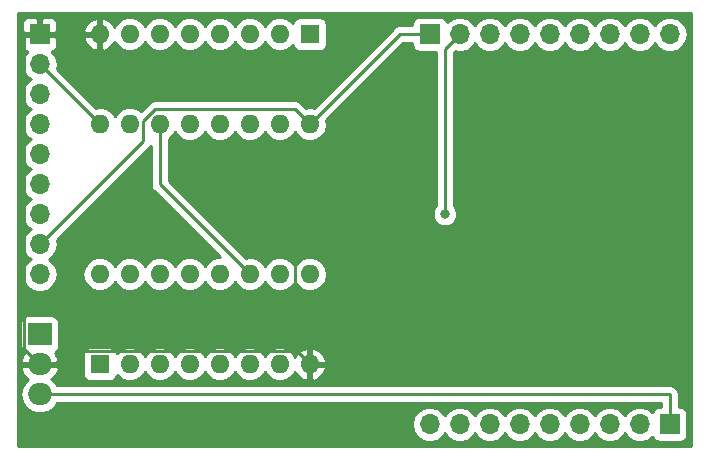
<source format=gbl>
G04 #@! TF.GenerationSoftware,KiCad,Pcbnew,5.0.1*
G04 #@! TF.CreationDate,2019-01-20T00:11:33+01:00*
G04 #@! TF.ProjectId,Powerstage,506F77657273746167652E6B69636164,rev?*
G04 #@! TF.SameCoordinates,Original*
G04 #@! TF.FileFunction,Copper,L2,Bot,Signal*
G04 #@! TF.FilePolarity,Positive*
%FSLAX46Y46*%
G04 Gerber Fmt 4.6, Leading zero omitted, Abs format (unit mm)*
G04 Created by KiCad (PCBNEW 5.0.1) date So 20 Jan 2019 00:11:33 CET*
%MOMM*%
%LPD*%
G01*
G04 APERTURE LIST*
G04 #@! TA.AperFunction,ComponentPad*
%ADD10R,2.000000X1.905000*%
G04 #@! TD*
G04 #@! TA.AperFunction,ComponentPad*
%ADD11O,2.000000X1.905000*%
G04 #@! TD*
G04 #@! TA.AperFunction,ComponentPad*
%ADD12R,1.600000X1.600000*%
G04 #@! TD*
G04 #@! TA.AperFunction,ComponentPad*
%ADD13O,1.600000X1.600000*%
G04 #@! TD*
G04 #@! TA.AperFunction,ComponentPad*
%ADD14O,1.700000X1.700000*%
G04 #@! TD*
G04 #@! TA.AperFunction,ComponentPad*
%ADD15R,1.700000X1.700000*%
G04 #@! TD*
G04 #@! TA.AperFunction,ViaPad*
%ADD16C,0.800000*%
G04 #@! TD*
G04 #@! TA.AperFunction,Conductor*
%ADD17C,0.250000*%
G04 #@! TD*
G04 #@! TA.AperFunction,Conductor*
%ADD18C,0.254000*%
G04 #@! TD*
G04 APERTURE END LIST*
D10*
G04 #@! TO.P,U1,1*
G04 #@! TO.N,Net-(C1-Pad2)*
X110490000Y-104140000D03*
D11*
G04 #@! TO.P,U1,2*
G04 #@! TO.N,GND*
X110490000Y-106680000D03*
G04 #@! TO.P,U1,3*
G04 #@! TO.N,VCC*
X110490000Y-109220000D03*
G04 #@! TD*
D12*
G04 #@! TO.P,U2,1*
G04 #@! TO.N,B1*
X115570000Y-106680000D03*
D13*
G04 #@! TO.P,U2,9*
G04 #@! TO.N,Net-(U2-Pad9)*
X133350000Y-99060000D03*
G04 #@! TO.P,U2,2*
G04 #@! TO.N,C1*
X118110000Y-106680000D03*
G04 #@! TO.P,U2,10*
G04 #@! TO.N,Net-(J1-Pad6)*
X130810000Y-99060000D03*
G04 #@! TO.P,U2,3*
G04 #@! TO.N,D1*
X120650000Y-106680000D03*
G04 #@! TO.P,U2,11*
G04 #@! TO.N,Net-(J1-Pad7)*
X128270000Y-99060000D03*
G04 #@! TO.P,U2,4*
G04 #@! TO.N,E1*
X123190000Y-106680000D03*
G04 #@! TO.P,U2,12*
G04 #@! TO.N,Net-(J1-Pad5)*
X125730000Y-99060000D03*
G04 #@! TO.P,U2,5*
G04 #@! TO.N,F1*
X125730000Y-106680000D03*
G04 #@! TO.P,U2,13*
G04 #@! TO.N,Net-(J1-Pad4)*
X123190000Y-99060000D03*
G04 #@! TO.P,U2,6*
G04 #@! TO.N,G1*
X128270000Y-106680000D03*
G04 #@! TO.P,U2,14*
G04 #@! TO.N,Net-(J1-Pad3)*
X120650000Y-99060000D03*
G04 #@! TO.P,U2,7*
G04 #@! TO.N,H1*
X130810000Y-106680000D03*
G04 #@! TO.P,U2,15*
G04 #@! TO.N,A1*
X118110000Y-99060000D03*
G04 #@! TO.P,U2,8*
G04 #@! TO.N,GND*
X133350000Y-106680000D03*
G04 #@! TO.P,U2,16*
G04 #@! TO.N,VCC*
X115570000Y-99060000D03*
G04 #@! TD*
D14*
G04 #@! TO.P,J1,9*
G04 #@! TO.N,Net-(C1-Pad2)*
X110490000Y-99060000D03*
G04 #@! TO.P,J1,8*
G04 #@! TO.N,VCC*
X110490000Y-96520000D03*
G04 #@! TO.P,J1,7*
G04 #@! TO.N,Net-(J1-Pad7)*
X110490000Y-93980000D03*
G04 #@! TO.P,J1,6*
G04 #@! TO.N,Net-(J1-Pad6)*
X110490000Y-91440000D03*
G04 #@! TO.P,J1,5*
G04 #@! TO.N,Net-(J1-Pad5)*
X110490000Y-88900000D03*
G04 #@! TO.P,J1,4*
G04 #@! TO.N,Net-(J1-Pad4)*
X110490000Y-86360000D03*
G04 #@! TO.P,J1,3*
G04 #@! TO.N,Net-(J1-Pad3)*
X110490000Y-83820000D03*
G04 #@! TO.P,J1,2*
G04 #@! TO.N,Net-(J1-Pad2)*
X110490000Y-81280000D03*
D15*
G04 #@! TO.P,J1,1*
G04 #@! TO.N,GND*
X110490000Y-78740000D03*
G04 #@! TD*
G04 #@! TO.P,J2,1*
G04 #@! TO.N,VCC*
X163830000Y-111760000D03*
D14*
G04 #@! TO.P,J2,2*
G04 #@! TO.N,Net-(J2-Pad2)*
X161290000Y-111760000D03*
G04 #@! TO.P,J2,3*
G04 #@! TO.N,Net-(J2-Pad3)*
X158750000Y-111760000D03*
G04 #@! TO.P,J2,4*
G04 #@! TO.N,Net-(J2-Pad4)*
X156210000Y-111760000D03*
G04 #@! TO.P,J2,5*
G04 #@! TO.N,Net-(J2-Pad5)*
X153670000Y-111760000D03*
G04 #@! TO.P,J2,6*
G04 #@! TO.N,Net-(J2-Pad6)*
X151130000Y-111760000D03*
G04 #@! TO.P,J2,7*
G04 #@! TO.N,Net-(J2-Pad7)*
X148590000Y-111760000D03*
G04 #@! TO.P,J2,8*
G04 #@! TO.N,Net-(J2-Pad8)*
X146050000Y-111760000D03*
G04 #@! TO.P,J2,9*
G04 #@! TO.N,Net-(J2-Pad9)*
X143510000Y-111760000D03*
G04 #@! TD*
D15*
G04 #@! TO.P,J3,1*
G04 #@! TO.N,VCC*
X143510000Y-78740000D03*
D14*
G04 #@! TO.P,J3,2*
G04 #@! TO.N,Net-(J3-Pad2)*
X146050000Y-78740000D03*
G04 #@! TO.P,J3,3*
G04 #@! TO.N,Net-(J3-Pad3)*
X148590000Y-78740000D03*
G04 #@! TO.P,J3,4*
G04 #@! TO.N,Net-(J3-Pad4)*
X151130000Y-78740000D03*
G04 #@! TO.P,J3,5*
G04 #@! TO.N,Net-(J3-Pad5)*
X153670000Y-78740000D03*
G04 #@! TO.P,J3,6*
G04 #@! TO.N,Net-(J3-Pad6)*
X156210000Y-78740000D03*
G04 #@! TO.P,J3,7*
G04 #@! TO.N,Net-(J3-Pad7)*
X158750000Y-78740000D03*
G04 #@! TO.P,J3,8*
G04 #@! TO.N,Net-(J3-Pad8)*
X161290000Y-78740000D03*
G04 #@! TO.P,J3,9*
G04 #@! TO.N,Net-(J3-Pad9)*
X163830000Y-78740000D03*
G04 #@! TD*
D13*
G04 #@! TO.P,U3,16*
G04 #@! TO.N,VCC*
X133350000Y-86360000D03*
G04 #@! TO.P,U3,8*
G04 #@! TO.N,GND*
X115570000Y-78740000D03*
G04 #@! TO.P,U3,15*
G04 #@! TO.N,A2*
X130810000Y-86360000D03*
G04 #@! TO.P,U3,7*
G04 #@! TO.N,H2*
X118110000Y-78740000D03*
G04 #@! TO.P,U3,14*
G04 #@! TO.N,Net-(U2-Pad9)*
X128270000Y-86360000D03*
G04 #@! TO.P,U3,6*
G04 #@! TO.N,G2*
X120650000Y-78740000D03*
G04 #@! TO.P,U3,13*
G04 #@! TO.N,Net-(J1-Pad4)*
X125730000Y-86360000D03*
G04 #@! TO.P,U3,5*
G04 #@! TO.N,F2*
X123190000Y-78740000D03*
G04 #@! TO.P,U3,12*
G04 #@! TO.N,Net-(J1-Pad5)*
X123190000Y-86360000D03*
G04 #@! TO.P,U3,4*
G04 #@! TO.N,E2*
X125730000Y-78740000D03*
G04 #@! TO.P,U3,11*
G04 #@! TO.N,Net-(J1-Pad7)*
X120650000Y-86360000D03*
G04 #@! TO.P,U3,3*
G04 #@! TO.N,D2*
X128270000Y-78740000D03*
G04 #@! TO.P,U3,10*
G04 #@! TO.N,Net-(J1-Pad6)*
X118110000Y-86360000D03*
G04 #@! TO.P,U3,2*
G04 #@! TO.N,C2*
X130810000Y-78740000D03*
G04 #@! TO.P,U3,9*
G04 #@! TO.N,Net-(J1-Pad2)*
X115570000Y-86360000D03*
D12*
G04 #@! TO.P,U3,1*
G04 #@! TO.N,B2*
X133350000Y-78740000D03*
G04 #@! TD*
D16*
G04 #@! TO.N,GND*
X132080000Y-95250000D03*
X139700000Y-82550000D03*
G04 #@! TO.N,Net-(J3-Pad2)*
X144780000Y-93980000D03*
G04 #@! TD*
D17*
G04 #@! TO.N,GND*
X132080000Y-105410000D02*
X133350000Y-106680000D01*
X132080000Y-95250000D02*
X132080000Y-105410000D01*
X139700000Y-87630000D02*
X132080000Y-95250000D01*
X139700000Y-82550000D02*
X139700000Y-83820000D01*
X139700000Y-83820000D02*
X139700000Y-87630000D01*
X111740000Y-106680000D02*
X110490000Y-106680000D01*
X112865001Y-105554999D02*
X111740000Y-106680000D01*
X132224999Y-105554999D02*
X112865001Y-105554999D01*
X133350000Y-106680000D02*
X132224999Y-105554999D01*
X109164999Y-105402499D02*
X110442500Y-106680000D01*
X109164999Y-78965001D02*
X109164999Y-105402499D01*
X109390000Y-78740000D02*
X109164999Y-78965001D01*
X110442500Y-106680000D02*
X110490000Y-106680000D01*
X110490000Y-78740000D02*
X109390000Y-78740000D01*
G04 #@! TO.N,VCC*
X140970000Y-78740000D02*
X133350000Y-86360000D01*
X143510000Y-78740000D02*
X140970000Y-78740000D01*
X133350000Y-86360000D02*
X132080000Y-85090000D01*
X111339999Y-95670001D02*
X110490000Y-96520000D01*
X119235001Y-87774999D02*
X111339999Y-95670001D01*
X119235001Y-86109997D02*
X119235001Y-87774999D01*
X120254998Y-85090000D02*
X119235001Y-86109997D01*
X132080000Y-85090000D02*
X120254998Y-85090000D01*
X163830000Y-111760000D02*
X163830000Y-109220000D01*
X115924998Y-109220000D02*
X110490000Y-109220000D01*
X163830000Y-109220000D02*
X115924998Y-109220000D01*
G04 #@! TO.N,Net-(J1-Pad7)*
X120650000Y-91440000D02*
X128270000Y-99060000D01*
X120650000Y-86360000D02*
X120650000Y-91440000D01*
G04 #@! TO.N,Net-(J1-Pad2)*
X110490000Y-81280000D02*
X115570000Y-86360000D01*
G04 #@! TO.N,Net-(J3-Pad2)*
X144780000Y-80010000D02*
X146050000Y-78740000D01*
X144780000Y-93980000D02*
X144780000Y-80010000D01*
G04 #@! TD*
D18*
G04 #@! TO.N,GND*
G36*
X165660000Y-113565000D02*
X108685000Y-113565000D01*
X108685000Y-109220000D01*
X108823900Y-109220000D01*
X108947109Y-109839411D01*
X109297977Y-110364523D01*
X109823089Y-110715391D01*
X110286150Y-110807500D01*
X110693850Y-110807500D01*
X111156911Y-110715391D01*
X111682023Y-110364523D01*
X111938953Y-109980000D01*
X163070001Y-109980000D01*
X163070001Y-110262560D01*
X162980000Y-110262560D01*
X162732235Y-110311843D01*
X162522191Y-110452191D01*
X162381843Y-110662235D01*
X162372816Y-110707619D01*
X162360625Y-110689375D01*
X161869418Y-110361161D01*
X161436256Y-110275000D01*
X161143744Y-110275000D01*
X160710582Y-110361161D01*
X160219375Y-110689375D01*
X160020000Y-110987761D01*
X159820625Y-110689375D01*
X159329418Y-110361161D01*
X158896256Y-110275000D01*
X158603744Y-110275000D01*
X158170582Y-110361161D01*
X157679375Y-110689375D01*
X157480000Y-110987761D01*
X157280625Y-110689375D01*
X156789418Y-110361161D01*
X156356256Y-110275000D01*
X156063744Y-110275000D01*
X155630582Y-110361161D01*
X155139375Y-110689375D01*
X154940000Y-110987761D01*
X154740625Y-110689375D01*
X154249418Y-110361161D01*
X153816256Y-110275000D01*
X153523744Y-110275000D01*
X153090582Y-110361161D01*
X152599375Y-110689375D01*
X152400000Y-110987761D01*
X152200625Y-110689375D01*
X151709418Y-110361161D01*
X151276256Y-110275000D01*
X150983744Y-110275000D01*
X150550582Y-110361161D01*
X150059375Y-110689375D01*
X149860000Y-110987761D01*
X149660625Y-110689375D01*
X149169418Y-110361161D01*
X148736256Y-110275000D01*
X148443744Y-110275000D01*
X148010582Y-110361161D01*
X147519375Y-110689375D01*
X147320000Y-110987761D01*
X147120625Y-110689375D01*
X146629418Y-110361161D01*
X146196256Y-110275000D01*
X145903744Y-110275000D01*
X145470582Y-110361161D01*
X144979375Y-110689375D01*
X144780000Y-110987761D01*
X144580625Y-110689375D01*
X144089418Y-110361161D01*
X143656256Y-110275000D01*
X143363744Y-110275000D01*
X142930582Y-110361161D01*
X142439375Y-110689375D01*
X142111161Y-111180582D01*
X141995908Y-111760000D01*
X142111161Y-112339418D01*
X142439375Y-112830625D01*
X142930582Y-113158839D01*
X143363744Y-113245000D01*
X143656256Y-113245000D01*
X144089418Y-113158839D01*
X144580625Y-112830625D01*
X144780000Y-112532239D01*
X144979375Y-112830625D01*
X145470582Y-113158839D01*
X145903744Y-113245000D01*
X146196256Y-113245000D01*
X146629418Y-113158839D01*
X147120625Y-112830625D01*
X147320000Y-112532239D01*
X147519375Y-112830625D01*
X148010582Y-113158839D01*
X148443744Y-113245000D01*
X148736256Y-113245000D01*
X149169418Y-113158839D01*
X149660625Y-112830625D01*
X149860000Y-112532239D01*
X150059375Y-112830625D01*
X150550582Y-113158839D01*
X150983744Y-113245000D01*
X151276256Y-113245000D01*
X151709418Y-113158839D01*
X152200625Y-112830625D01*
X152400000Y-112532239D01*
X152599375Y-112830625D01*
X153090582Y-113158839D01*
X153523744Y-113245000D01*
X153816256Y-113245000D01*
X154249418Y-113158839D01*
X154740625Y-112830625D01*
X154940000Y-112532239D01*
X155139375Y-112830625D01*
X155630582Y-113158839D01*
X156063744Y-113245000D01*
X156356256Y-113245000D01*
X156789418Y-113158839D01*
X157280625Y-112830625D01*
X157480000Y-112532239D01*
X157679375Y-112830625D01*
X158170582Y-113158839D01*
X158603744Y-113245000D01*
X158896256Y-113245000D01*
X159329418Y-113158839D01*
X159820625Y-112830625D01*
X160020000Y-112532239D01*
X160219375Y-112830625D01*
X160710582Y-113158839D01*
X161143744Y-113245000D01*
X161436256Y-113245000D01*
X161869418Y-113158839D01*
X162360625Y-112830625D01*
X162372816Y-112812381D01*
X162381843Y-112857765D01*
X162522191Y-113067809D01*
X162732235Y-113208157D01*
X162980000Y-113257440D01*
X164680000Y-113257440D01*
X164927765Y-113208157D01*
X165137809Y-113067809D01*
X165278157Y-112857765D01*
X165327440Y-112610000D01*
X165327440Y-110910000D01*
X165278157Y-110662235D01*
X165137809Y-110452191D01*
X164927765Y-110311843D01*
X164680000Y-110262560D01*
X164590000Y-110262560D01*
X164590000Y-109294852D01*
X164604889Y-109220000D01*
X164545904Y-108923463D01*
X164377929Y-108672071D01*
X164126537Y-108504096D01*
X163904852Y-108460000D01*
X163830000Y-108445111D01*
X163755148Y-108460000D01*
X111938953Y-108460000D01*
X111682023Y-108075477D01*
X111480526Y-107940841D01*
X111865973Y-107546924D01*
X112080563Y-107052980D01*
X111960594Y-106807000D01*
X110617000Y-106807000D01*
X110617000Y-106827000D01*
X110363000Y-106827000D01*
X110363000Y-106807000D01*
X109019406Y-106807000D01*
X108899437Y-107052980D01*
X109114027Y-107546924D01*
X109499474Y-107940841D01*
X109297977Y-108075477D01*
X108947109Y-108600589D01*
X108823900Y-109220000D01*
X108685000Y-109220000D01*
X108685000Y-103187500D01*
X108842560Y-103187500D01*
X108842560Y-105092500D01*
X108891843Y-105340265D01*
X109032191Y-105550309D01*
X109237143Y-105687255D01*
X109114027Y-105813076D01*
X108899437Y-106307020D01*
X109019406Y-106553000D01*
X110363000Y-106553000D01*
X110363000Y-106533000D01*
X110617000Y-106533000D01*
X110617000Y-106553000D01*
X111960594Y-106553000D01*
X112080563Y-106307020D01*
X111895048Y-105880000D01*
X114122560Y-105880000D01*
X114122560Y-107480000D01*
X114171843Y-107727765D01*
X114312191Y-107937809D01*
X114522235Y-108078157D01*
X114770000Y-108127440D01*
X116370000Y-108127440D01*
X116617765Y-108078157D01*
X116827809Y-107937809D01*
X116968157Y-107727765D01*
X116994785Y-107593894D01*
X117075423Y-107714577D01*
X117550091Y-108031740D01*
X117968667Y-108115000D01*
X118251333Y-108115000D01*
X118669909Y-108031740D01*
X119144577Y-107714577D01*
X119380000Y-107362242D01*
X119615423Y-107714577D01*
X120090091Y-108031740D01*
X120508667Y-108115000D01*
X120791333Y-108115000D01*
X121209909Y-108031740D01*
X121684577Y-107714577D01*
X121920000Y-107362242D01*
X122155423Y-107714577D01*
X122630091Y-108031740D01*
X123048667Y-108115000D01*
X123331333Y-108115000D01*
X123749909Y-108031740D01*
X124224577Y-107714577D01*
X124460000Y-107362242D01*
X124695423Y-107714577D01*
X125170091Y-108031740D01*
X125588667Y-108115000D01*
X125871333Y-108115000D01*
X126289909Y-108031740D01*
X126764577Y-107714577D01*
X127000000Y-107362242D01*
X127235423Y-107714577D01*
X127710091Y-108031740D01*
X128128667Y-108115000D01*
X128411333Y-108115000D01*
X128829909Y-108031740D01*
X129304577Y-107714577D01*
X129540000Y-107362242D01*
X129775423Y-107714577D01*
X130250091Y-108031740D01*
X130668667Y-108115000D01*
X130951333Y-108115000D01*
X131369909Y-108031740D01*
X131844577Y-107714577D01*
X132100947Y-107330892D01*
X132197611Y-107535134D01*
X132612577Y-107911041D01*
X133000961Y-108071904D01*
X133223000Y-107949915D01*
X133223000Y-106807000D01*
X133477000Y-106807000D01*
X133477000Y-107949915D01*
X133699039Y-108071904D01*
X134087423Y-107911041D01*
X134502389Y-107535134D01*
X134741914Y-107029041D01*
X134620629Y-106807000D01*
X133477000Y-106807000D01*
X133223000Y-106807000D01*
X133203000Y-106807000D01*
X133203000Y-106553000D01*
X133223000Y-106553000D01*
X133223000Y-105410085D01*
X133477000Y-105410085D01*
X133477000Y-106553000D01*
X134620629Y-106553000D01*
X134741914Y-106330959D01*
X134502389Y-105824866D01*
X134087423Y-105448959D01*
X133699039Y-105288096D01*
X133477000Y-105410085D01*
X133223000Y-105410085D01*
X133000961Y-105288096D01*
X132612577Y-105448959D01*
X132197611Y-105824866D01*
X132100947Y-106029108D01*
X131844577Y-105645423D01*
X131369909Y-105328260D01*
X130951333Y-105245000D01*
X130668667Y-105245000D01*
X130250091Y-105328260D01*
X129775423Y-105645423D01*
X129540000Y-105997758D01*
X129304577Y-105645423D01*
X128829909Y-105328260D01*
X128411333Y-105245000D01*
X128128667Y-105245000D01*
X127710091Y-105328260D01*
X127235423Y-105645423D01*
X127000000Y-105997758D01*
X126764577Y-105645423D01*
X126289909Y-105328260D01*
X125871333Y-105245000D01*
X125588667Y-105245000D01*
X125170091Y-105328260D01*
X124695423Y-105645423D01*
X124460000Y-105997758D01*
X124224577Y-105645423D01*
X123749909Y-105328260D01*
X123331333Y-105245000D01*
X123048667Y-105245000D01*
X122630091Y-105328260D01*
X122155423Y-105645423D01*
X121920000Y-105997758D01*
X121684577Y-105645423D01*
X121209909Y-105328260D01*
X120791333Y-105245000D01*
X120508667Y-105245000D01*
X120090091Y-105328260D01*
X119615423Y-105645423D01*
X119380000Y-105997758D01*
X119144577Y-105645423D01*
X118669909Y-105328260D01*
X118251333Y-105245000D01*
X117968667Y-105245000D01*
X117550091Y-105328260D01*
X117075423Y-105645423D01*
X116994785Y-105766106D01*
X116968157Y-105632235D01*
X116827809Y-105422191D01*
X116617765Y-105281843D01*
X116370000Y-105232560D01*
X114770000Y-105232560D01*
X114522235Y-105281843D01*
X114312191Y-105422191D01*
X114171843Y-105632235D01*
X114122560Y-105880000D01*
X111895048Y-105880000D01*
X111865973Y-105813076D01*
X111742857Y-105687255D01*
X111947809Y-105550309D01*
X112088157Y-105340265D01*
X112137440Y-105092500D01*
X112137440Y-103187500D01*
X112088157Y-102939735D01*
X111947809Y-102729691D01*
X111737765Y-102589343D01*
X111490000Y-102540060D01*
X109490000Y-102540060D01*
X109242235Y-102589343D01*
X109032191Y-102729691D01*
X108891843Y-102939735D01*
X108842560Y-103187500D01*
X108685000Y-103187500D01*
X108685000Y-81280000D01*
X108975908Y-81280000D01*
X109091161Y-81859418D01*
X109419375Y-82350625D01*
X109717761Y-82550000D01*
X109419375Y-82749375D01*
X109091161Y-83240582D01*
X108975908Y-83820000D01*
X109091161Y-84399418D01*
X109419375Y-84890625D01*
X109717761Y-85090000D01*
X109419375Y-85289375D01*
X109091161Y-85780582D01*
X108975908Y-86360000D01*
X109091161Y-86939418D01*
X109419375Y-87430625D01*
X109717761Y-87630000D01*
X109419375Y-87829375D01*
X109091161Y-88320582D01*
X108975908Y-88900000D01*
X109091161Y-89479418D01*
X109419375Y-89970625D01*
X109717761Y-90170000D01*
X109419375Y-90369375D01*
X109091161Y-90860582D01*
X108975908Y-91440000D01*
X109091161Y-92019418D01*
X109419375Y-92510625D01*
X109717761Y-92710000D01*
X109419375Y-92909375D01*
X109091161Y-93400582D01*
X108975908Y-93980000D01*
X109091161Y-94559418D01*
X109419375Y-95050625D01*
X109717761Y-95250000D01*
X109419375Y-95449375D01*
X109091161Y-95940582D01*
X108975908Y-96520000D01*
X109091161Y-97099418D01*
X109419375Y-97590625D01*
X109717761Y-97790000D01*
X109419375Y-97989375D01*
X109091161Y-98480582D01*
X108975908Y-99060000D01*
X109091161Y-99639418D01*
X109419375Y-100130625D01*
X109910582Y-100458839D01*
X110343744Y-100545000D01*
X110636256Y-100545000D01*
X111069418Y-100458839D01*
X111560625Y-100130625D01*
X111888839Y-99639418D01*
X112004092Y-99060000D01*
X111888839Y-98480582D01*
X111560625Y-97989375D01*
X111262239Y-97790000D01*
X111560625Y-97590625D01*
X111888839Y-97099418D01*
X112004092Y-96520000D01*
X111931209Y-96153592D01*
X119719474Y-88365328D01*
X119782930Y-88322928D01*
X119890000Y-88162686D01*
X119890001Y-91365148D01*
X119875112Y-91440000D01*
X119890001Y-91514852D01*
X119934097Y-91736537D01*
X120102072Y-91987929D01*
X120165528Y-92030329D01*
X125760198Y-97625000D01*
X125588667Y-97625000D01*
X125170091Y-97708260D01*
X124695423Y-98025423D01*
X124460000Y-98377758D01*
X124224577Y-98025423D01*
X123749909Y-97708260D01*
X123331333Y-97625000D01*
X123048667Y-97625000D01*
X122630091Y-97708260D01*
X122155423Y-98025423D01*
X121920000Y-98377758D01*
X121684577Y-98025423D01*
X121209909Y-97708260D01*
X120791333Y-97625000D01*
X120508667Y-97625000D01*
X120090091Y-97708260D01*
X119615423Y-98025423D01*
X119380000Y-98377758D01*
X119144577Y-98025423D01*
X118669909Y-97708260D01*
X118251333Y-97625000D01*
X117968667Y-97625000D01*
X117550091Y-97708260D01*
X117075423Y-98025423D01*
X116840000Y-98377758D01*
X116604577Y-98025423D01*
X116129909Y-97708260D01*
X115711333Y-97625000D01*
X115428667Y-97625000D01*
X115010091Y-97708260D01*
X114535423Y-98025423D01*
X114218260Y-98500091D01*
X114106887Y-99060000D01*
X114218260Y-99619909D01*
X114535423Y-100094577D01*
X115010091Y-100411740D01*
X115428667Y-100495000D01*
X115711333Y-100495000D01*
X116129909Y-100411740D01*
X116604577Y-100094577D01*
X116840000Y-99742242D01*
X117075423Y-100094577D01*
X117550091Y-100411740D01*
X117968667Y-100495000D01*
X118251333Y-100495000D01*
X118669909Y-100411740D01*
X119144577Y-100094577D01*
X119380000Y-99742242D01*
X119615423Y-100094577D01*
X120090091Y-100411740D01*
X120508667Y-100495000D01*
X120791333Y-100495000D01*
X121209909Y-100411740D01*
X121684577Y-100094577D01*
X121920000Y-99742242D01*
X122155423Y-100094577D01*
X122630091Y-100411740D01*
X123048667Y-100495000D01*
X123331333Y-100495000D01*
X123749909Y-100411740D01*
X124224577Y-100094577D01*
X124460000Y-99742242D01*
X124695423Y-100094577D01*
X125170091Y-100411740D01*
X125588667Y-100495000D01*
X125871333Y-100495000D01*
X126289909Y-100411740D01*
X126764577Y-100094577D01*
X127000000Y-99742242D01*
X127235423Y-100094577D01*
X127710091Y-100411740D01*
X128128667Y-100495000D01*
X128411333Y-100495000D01*
X128829909Y-100411740D01*
X129304577Y-100094577D01*
X129540000Y-99742242D01*
X129775423Y-100094577D01*
X130250091Y-100411740D01*
X130668667Y-100495000D01*
X130951333Y-100495000D01*
X131369909Y-100411740D01*
X131844577Y-100094577D01*
X132080000Y-99742242D01*
X132315423Y-100094577D01*
X132790091Y-100411740D01*
X133208667Y-100495000D01*
X133491333Y-100495000D01*
X133909909Y-100411740D01*
X134384577Y-100094577D01*
X134701740Y-99619909D01*
X134813113Y-99060000D01*
X134701740Y-98500091D01*
X134384577Y-98025423D01*
X133909909Y-97708260D01*
X133491333Y-97625000D01*
X133208667Y-97625000D01*
X132790091Y-97708260D01*
X132315423Y-98025423D01*
X132080000Y-98377758D01*
X131844577Y-98025423D01*
X131369909Y-97708260D01*
X130951333Y-97625000D01*
X130668667Y-97625000D01*
X130250091Y-97708260D01*
X129775423Y-98025423D01*
X129540000Y-98377758D01*
X129304577Y-98025423D01*
X128829909Y-97708260D01*
X128411333Y-97625000D01*
X128128667Y-97625000D01*
X127946115Y-97661312D01*
X121410000Y-91125199D01*
X121410000Y-87578043D01*
X121684577Y-87394577D01*
X121920000Y-87042242D01*
X122155423Y-87394577D01*
X122630091Y-87711740D01*
X123048667Y-87795000D01*
X123331333Y-87795000D01*
X123749909Y-87711740D01*
X124224577Y-87394577D01*
X124460000Y-87042242D01*
X124695423Y-87394577D01*
X125170091Y-87711740D01*
X125588667Y-87795000D01*
X125871333Y-87795000D01*
X126289909Y-87711740D01*
X126764577Y-87394577D01*
X127000000Y-87042242D01*
X127235423Y-87394577D01*
X127710091Y-87711740D01*
X128128667Y-87795000D01*
X128411333Y-87795000D01*
X128829909Y-87711740D01*
X129304577Y-87394577D01*
X129540000Y-87042242D01*
X129775423Y-87394577D01*
X130250091Y-87711740D01*
X130668667Y-87795000D01*
X130951333Y-87795000D01*
X131369909Y-87711740D01*
X131844577Y-87394577D01*
X132080000Y-87042242D01*
X132315423Y-87394577D01*
X132790091Y-87711740D01*
X133208667Y-87795000D01*
X133491333Y-87795000D01*
X133909909Y-87711740D01*
X134384577Y-87394577D01*
X134701740Y-86919909D01*
X134813113Y-86360000D01*
X134748688Y-86036113D01*
X141284803Y-79500000D01*
X142012560Y-79500000D01*
X142012560Y-79590000D01*
X142061843Y-79837765D01*
X142202191Y-80047809D01*
X142412235Y-80188157D01*
X142660000Y-80237440D01*
X144020001Y-80237440D01*
X144020000Y-93276289D01*
X143902569Y-93393720D01*
X143745000Y-93774126D01*
X143745000Y-94185874D01*
X143902569Y-94566280D01*
X144193720Y-94857431D01*
X144574126Y-95015000D01*
X144985874Y-95015000D01*
X145366280Y-94857431D01*
X145657431Y-94566280D01*
X145815000Y-94185874D01*
X145815000Y-93774126D01*
X145657431Y-93393720D01*
X145540000Y-93276289D01*
X145540000Y-80324801D01*
X145683592Y-80181209D01*
X145903744Y-80225000D01*
X146196256Y-80225000D01*
X146629418Y-80138839D01*
X147120625Y-79810625D01*
X147320000Y-79512239D01*
X147519375Y-79810625D01*
X148010582Y-80138839D01*
X148443744Y-80225000D01*
X148736256Y-80225000D01*
X149169418Y-80138839D01*
X149660625Y-79810625D01*
X149860000Y-79512239D01*
X150059375Y-79810625D01*
X150550582Y-80138839D01*
X150983744Y-80225000D01*
X151276256Y-80225000D01*
X151709418Y-80138839D01*
X152200625Y-79810625D01*
X152400000Y-79512239D01*
X152599375Y-79810625D01*
X153090582Y-80138839D01*
X153523744Y-80225000D01*
X153816256Y-80225000D01*
X154249418Y-80138839D01*
X154740625Y-79810625D01*
X154940000Y-79512239D01*
X155139375Y-79810625D01*
X155630582Y-80138839D01*
X156063744Y-80225000D01*
X156356256Y-80225000D01*
X156789418Y-80138839D01*
X157280625Y-79810625D01*
X157480000Y-79512239D01*
X157679375Y-79810625D01*
X158170582Y-80138839D01*
X158603744Y-80225000D01*
X158896256Y-80225000D01*
X159329418Y-80138839D01*
X159820625Y-79810625D01*
X160020000Y-79512239D01*
X160219375Y-79810625D01*
X160710582Y-80138839D01*
X161143744Y-80225000D01*
X161436256Y-80225000D01*
X161869418Y-80138839D01*
X162360625Y-79810625D01*
X162560000Y-79512239D01*
X162759375Y-79810625D01*
X163250582Y-80138839D01*
X163683744Y-80225000D01*
X163976256Y-80225000D01*
X164409418Y-80138839D01*
X164900625Y-79810625D01*
X165228839Y-79319418D01*
X165344092Y-78740000D01*
X165228839Y-78160582D01*
X164900625Y-77669375D01*
X164409418Y-77341161D01*
X163976256Y-77255000D01*
X163683744Y-77255000D01*
X163250582Y-77341161D01*
X162759375Y-77669375D01*
X162560000Y-77967761D01*
X162360625Y-77669375D01*
X161869418Y-77341161D01*
X161436256Y-77255000D01*
X161143744Y-77255000D01*
X160710582Y-77341161D01*
X160219375Y-77669375D01*
X160020000Y-77967761D01*
X159820625Y-77669375D01*
X159329418Y-77341161D01*
X158896256Y-77255000D01*
X158603744Y-77255000D01*
X158170582Y-77341161D01*
X157679375Y-77669375D01*
X157480000Y-77967761D01*
X157280625Y-77669375D01*
X156789418Y-77341161D01*
X156356256Y-77255000D01*
X156063744Y-77255000D01*
X155630582Y-77341161D01*
X155139375Y-77669375D01*
X154940000Y-77967761D01*
X154740625Y-77669375D01*
X154249418Y-77341161D01*
X153816256Y-77255000D01*
X153523744Y-77255000D01*
X153090582Y-77341161D01*
X152599375Y-77669375D01*
X152400000Y-77967761D01*
X152200625Y-77669375D01*
X151709418Y-77341161D01*
X151276256Y-77255000D01*
X150983744Y-77255000D01*
X150550582Y-77341161D01*
X150059375Y-77669375D01*
X149860000Y-77967761D01*
X149660625Y-77669375D01*
X149169418Y-77341161D01*
X148736256Y-77255000D01*
X148443744Y-77255000D01*
X148010582Y-77341161D01*
X147519375Y-77669375D01*
X147320000Y-77967761D01*
X147120625Y-77669375D01*
X146629418Y-77341161D01*
X146196256Y-77255000D01*
X145903744Y-77255000D01*
X145470582Y-77341161D01*
X144979375Y-77669375D01*
X144967184Y-77687619D01*
X144958157Y-77642235D01*
X144817809Y-77432191D01*
X144607765Y-77291843D01*
X144360000Y-77242560D01*
X142660000Y-77242560D01*
X142412235Y-77291843D01*
X142202191Y-77432191D01*
X142061843Y-77642235D01*
X142012560Y-77890000D01*
X142012560Y-77980000D01*
X141044846Y-77980000D01*
X140969999Y-77965112D01*
X140895152Y-77980000D01*
X140895148Y-77980000D01*
X140673463Y-78024096D01*
X140673461Y-78024097D01*
X140673462Y-78024097D01*
X140485526Y-78149671D01*
X140485524Y-78149673D01*
X140422071Y-78192071D01*
X140379673Y-78255524D01*
X133673887Y-84961312D01*
X133491333Y-84925000D01*
X133208667Y-84925000D01*
X133026114Y-84961312D01*
X132670331Y-84605530D01*
X132627929Y-84542071D01*
X132376537Y-84374096D01*
X132154852Y-84330000D01*
X132154847Y-84330000D01*
X132080000Y-84315112D01*
X132005153Y-84330000D01*
X120329846Y-84330000D01*
X120254998Y-84315112D01*
X120180150Y-84330000D01*
X120180146Y-84330000D01*
X119958461Y-84374096D01*
X119707069Y-84542071D01*
X119664669Y-84605527D01*
X119024804Y-85245393D01*
X118669909Y-85008260D01*
X118251333Y-84925000D01*
X117968667Y-84925000D01*
X117550091Y-85008260D01*
X117075423Y-85325423D01*
X116840000Y-85677758D01*
X116604577Y-85325423D01*
X116129909Y-85008260D01*
X115711333Y-84925000D01*
X115428667Y-84925000D01*
X115246114Y-84961312D01*
X111931209Y-81646408D01*
X112004092Y-81280000D01*
X111888839Y-80700582D01*
X111560625Y-80209375D01*
X111538967Y-80194904D01*
X111699698Y-80128327D01*
X111878327Y-79949699D01*
X111975000Y-79716310D01*
X111975000Y-79089041D01*
X114178086Y-79089041D01*
X114417611Y-79595134D01*
X114832577Y-79971041D01*
X115220961Y-80131904D01*
X115443000Y-80009915D01*
X115443000Y-78867000D01*
X114299371Y-78867000D01*
X114178086Y-79089041D01*
X111975000Y-79089041D01*
X111975000Y-79025750D01*
X111816250Y-78867000D01*
X110617000Y-78867000D01*
X110617000Y-78887000D01*
X110363000Y-78887000D01*
X110363000Y-78867000D01*
X109163750Y-78867000D01*
X109005000Y-79025750D01*
X109005000Y-79716310D01*
X109101673Y-79949699D01*
X109280302Y-80128327D01*
X109441033Y-80194904D01*
X109419375Y-80209375D01*
X109091161Y-80700582D01*
X108975908Y-81280000D01*
X108685000Y-81280000D01*
X108685000Y-77763690D01*
X109005000Y-77763690D01*
X109005000Y-78454250D01*
X109163750Y-78613000D01*
X110363000Y-78613000D01*
X110363000Y-77413750D01*
X110617000Y-77413750D01*
X110617000Y-78613000D01*
X111816250Y-78613000D01*
X111975000Y-78454250D01*
X111975000Y-78390959D01*
X114178086Y-78390959D01*
X114299371Y-78613000D01*
X115443000Y-78613000D01*
X115443000Y-77470085D01*
X115697000Y-77470085D01*
X115697000Y-78613000D01*
X115717000Y-78613000D01*
X115717000Y-78867000D01*
X115697000Y-78867000D01*
X115697000Y-80009915D01*
X115919039Y-80131904D01*
X116307423Y-79971041D01*
X116722389Y-79595134D01*
X116819053Y-79390892D01*
X117075423Y-79774577D01*
X117550091Y-80091740D01*
X117968667Y-80175000D01*
X118251333Y-80175000D01*
X118669909Y-80091740D01*
X119144577Y-79774577D01*
X119380000Y-79422242D01*
X119615423Y-79774577D01*
X120090091Y-80091740D01*
X120508667Y-80175000D01*
X120791333Y-80175000D01*
X121209909Y-80091740D01*
X121684577Y-79774577D01*
X121920000Y-79422242D01*
X122155423Y-79774577D01*
X122630091Y-80091740D01*
X123048667Y-80175000D01*
X123331333Y-80175000D01*
X123749909Y-80091740D01*
X124224577Y-79774577D01*
X124460000Y-79422242D01*
X124695423Y-79774577D01*
X125170091Y-80091740D01*
X125588667Y-80175000D01*
X125871333Y-80175000D01*
X126289909Y-80091740D01*
X126764577Y-79774577D01*
X127000000Y-79422242D01*
X127235423Y-79774577D01*
X127710091Y-80091740D01*
X128128667Y-80175000D01*
X128411333Y-80175000D01*
X128829909Y-80091740D01*
X129304577Y-79774577D01*
X129540000Y-79422242D01*
X129775423Y-79774577D01*
X130250091Y-80091740D01*
X130668667Y-80175000D01*
X130951333Y-80175000D01*
X131369909Y-80091740D01*
X131844577Y-79774577D01*
X131925215Y-79653894D01*
X131951843Y-79787765D01*
X132092191Y-79997809D01*
X132302235Y-80138157D01*
X132550000Y-80187440D01*
X134150000Y-80187440D01*
X134397765Y-80138157D01*
X134607809Y-79997809D01*
X134748157Y-79787765D01*
X134797440Y-79540000D01*
X134797440Y-77940000D01*
X134748157Y-77692235D01*
X134607809Y-77482191D01*
X134397765Y-77341843D01*
X134150000Y-77292560D01*
X132550000Y-77292560D01*
X132302235Y-77341843D01*
X132092191Y-77482191D01*
X131951843Y-77692235D01*
X131925215Y-77826106D01*
X131844577Y-77705423D01*
X131369909Y-77388260D01*
X130951333Y-77305000D01*
X130668667Y-77305000D01*
X130250091Y-77388260D01*
X129775423Y-77705423D01*
X129540000Y-78057758D01*
X129304577Y-77705423D01*
X128829909Y-77388260D01*
X128411333Y-77305000D01*
X128128667Y-77305000D01*
X127710091Y-77388260D01*
X127235423Y-77705423D01*
X127000000Y-78057758D01*
X126764577Y-77705423D01*
X126289909Y-77388260D01*
X125871333Y-77305000D01*
X125588667Y-77305000D01*
X125170091Y-77388260D01*
X124695423Y-77705423D01*
X124460000Y-78057758D01*
X124224577Y-77705423D01*
X123749909Y-77388260D01*
X123331333Y-77305000D01*
X123048667Y-77305000D01*
X122630091Y-77388260D01*
X122155423Y-77705423D01*
X121920000Y-78057758D01*
X121684577Y-77705423D01*
X121209909Y-77388260D01*
X120791333Y-77305000D01*
X120508667Y-77305000D01*
X120090091Y-77388260D01*
X119615423Y-77705423D01*
X119380000Y-78057758D01*
X119144577Y-77705423D01*
X118669909Y-77388260D01*
X118251333Y-77305000D01*
X117968667Y-77305000D01*
X117550091Y-77388260D01*
X117075423Y-77705423D01*
X116819053Y-78089108D01*
X116722389Y-77884866D01*
X116307423Y-77508959D01*
X115919039Y-77348096D01*
X115697000Y-77470085D01*
X115443000Y-77470085D01*
X115220961Y-77348096D01*
X114832577Y-77508959D01*
X114417611Y-77884866D01*
X114178086Y-78390959D01*
X111975000Y-78390959D01*
X111975000Y-77763690D01*
X111878327Y-77530301D01*
X111699698Y-77351673D01*
X111466309Y-77255000D01*
X110775750Y-77255000D01*
X110617000Y-77413750D01*
X110363000Y-77413750D01*
X110204250Y-77255000D01*
X109513691Y-77255000D01*
X109280302Y-77351673D01*
X109101673Y-77530301D01*
X109005000Y-77763690D01*
X108685000Y-77763690D01*
X108685000Y-76910000D01*
X165660001Y-76910000D01*
X165660000Y-113565000D01*
X165660000Y-113565000D01*
G37*
X165660000Y-113565000D02*
X108685000Y-113565000D01*
X108685000Y-109220000D01*
X108823900Y-109220000D01*
X108947109Y-109839411D01*
X109297977Y-110364523D01*
X109823089Y-110715391D01*
X110286150Y-110807500D01*
X110693850Y-110807500D01*
X111156911Y-110715391D01*
X111682023Y-110364523D01*
X111938953Y-109980000D01*
X163070001Y-109980000D01*
X163070001Y-110262560D01*
X162980000Y-110262560D01*
X162732235Y-110311843D01*
X162522191Y-110452191D01*
X162381843Y-110662235D01*
X162372816Y-110707619D01*
X162360625Y-110689375D01*
X161869418Y-110361161D01*
X161436256Y-110275000D01*
X161143744Y-110275000D01*
X160710582Y-110361161D01*
X160219375Y-110689375D01*
X160020000Y-110987761D01*
X159820625Y-110689375D01*
X159329418Y-110361161D01*
X158896256Y-110275000D01*
X158603744Y-110275000D01*
X158170582Y-110361161D01*
X157679375Y-110689375D01*
X157480000Y-110987761D01*
X157280625Y-110689375D01*
X156789418Y-110361161D01*
X156356256Y-110275000D01*
X156063744Y-110275000D01*
X155630582Y-110361161D01*
X155139375Y-110689375D01*
X154940000Y-110987761D01*
X154740625Y-110689375D01*
X154249418Y-110361161D01*
X153816256Y-110275000D01*
X153523744Y-110275000D01*
X153090582Y-110361161D01*
X152599375Y-110689375D01*
X152400000Y-110987761D01*
X152200625Y-110689375D01*
X151709418Y-110361161D01*
X151276256Y-110275000D01*
X150983744Y-110275000D01*
X150550582Y-110361161D01*
X150059375Y-110689375D01*
X149860000Y-110987761D01*
X149660625Y-110689375D01*
X149169418Y-110361161D01*
X148736256Y-110275000D01*
X148443744Y-110275000D01*
X148010582Y-110361161D01*
X147519375Y-110689375D01*
X147320000Y-110987761D01*
X147120625Y-110689375D01*
X146629418Y-110361161D01*
X146196256Y-110275000D01*
X145903744Y-110275000D01*
X145470582Y-110361161D01*
X144979375Y-110689375D01*
X144780000Y-110987761D01*
X144580625Y-110689375D01*
X144089418Y-110361161D01*
X143656256Y-110275000D01*
X143363744Y-110275000D01*
X142930582Y-110361161D01*
X142439375Y-110689375D01*
X142111161Y-111180582D01*
X141995908Y-111760000D01*
X142111161Y-112339418D01*
X142439375Y-112830625D01*
X142930582Y-113158839D01*
X143363744Y-113245000D01*
X143656256Y-113245000D01*
X144089418Y-113158839D01*
X144580625Y-112830625D01*
X144780000Y-112532239D01*
X144979375Y-112830625D01*
X145470582Y-113158839D01*
X145903744Y-113245000D01*
X146196256Y-113245000D01*
X146629418Y-113158839D01*
X147120625Y-112830625D01*
X147320000Y-112532239D01*
X147519375Y-112830625D01*
X148010582Y-113158839D01*
X148443744Y-113245000D01*
X148736256Y-113245000D01*
X149169418Y-113158839D01*
X149660625Y-112830625D01*
X149860000Y-112532239D01*
X150059375Y-112830625D01*
X150550582Y-113158839D01*
X150983744Y-113245000D01*
X151276256Y-113245000D01*
X151709418Y-113158839D01*
X152200625Y-112830625D01*
X152400000Y-112532239D01*
X152599375Y-112830625D01*
X153090582Y-113158839D01*
X153523744Y-113245000D01*
X153816256Y-113245000D01*
X154249418Y-113158839D01*
X154740625Y-112830625D01*
X154940000Y-112532239D01*
X155139375Y-112830625D01*
X155630582Y-113158839D01*
X156063744Y-113245000D01*
X156356256Y-113245000D01*
X156789418Y-113158839D01*
X157280625Y-112830625D01*
X157480000Y-112532239D01*
X157679375Y-112830625D01*
X158170582Y-113158839D01*
X158603744Y-113245000D01*
X158896256Y-113245000D01*
X159329418Y-113158839D01*
X159820625Y-112830625D01*
X160020000Y-112532239D01*
X160219375Y-112830625D01*
X160710582Y-113158839D01*
X161143744Y-113245000D01*
X161436256Y-113245000D01*
X161869418Y-113158839D01*
X162360625Y-112830625D01*
X162372816Y-112812381D01*
X162381843Y-112857765D01*
X162522191Y-113067809D01*
X162732235Y-113208157D01*
X162980000Y-113257440D01*
X164680000Y-113257440D01*
X164927765Y-113208157D01*
X165137809Y-113067809D01*
X165278157Y-112857765D01*
X165327440Y-112610000D01*
X165327440Y-110910000D01*
X165278157Y-110662235D01*
X165137809Y-110452191D01*
X164927765Y-110311843D01*
X164680000Y-110262560D01*
X164590000Y-110262560D01*
X164590000Y-109294852D01*
X164604889Y-109220000D01*
X164545904Y-108923463D01*
X164377929Y-108672071D01*
X164126537Y-108504096D01*
X163904852Y-108460000D01*
X163830000Y-108445111D01*
X163755148Y-108460000D01*
X111938953Y-108460000D01*
X111682023Y-108075477D01*
X111480526Y-107940841D01*
X111865973Y-107546924D01*
X112080563Y-107052980D01*
X111960594Y-106807000D01*
X110617000Y-106807000D01*
X110617000Y-106827000D01*
X110363000Y-106827000D01*
X110363000Y-106807000D01*
X109019406Y-106807000D01*
X108899437Y-107052980D01*
X109114027Y-107546924D01*
X109499474Y-107940841D01*
X109297977Y-108075477D01*
X108947109Y-108600589D01*
X108823900Y-109220000D01*
X108685000Y-109220000D01*
X108685000Y-103187500D01*
X108842560Y-103187500D01*
X108842560Y-105092500D01*
X108891843Y-105340265D01*
X109032191Y-105550309D01*
X109237143Y-105687255D01*
X109114027Y-105813076D01*
X108899437Y-106307020D01*
X109019406Y-106553000D01*
X110363000Y-106553000D01*
X110363000Y-106533000D01*
X110617000Y-106533000D01*
X110617000Y-106553000D01*
X111960594Y-106553000D01*
X112080563Y-106307020D01*
X111895048Y-105880000D01*
X114122560Y-105880000D01*
X114122560Y-107480000D01*
X114171843Y-107727765D01*
X114312191Y-107937809D01*
X114522235Y-108078157D01*
X114770000Y-108127440D01*
X116370000Y-108127440D01*
X116617765Y-108078157D01*
X116827809Y-107937809D01*
X116968157Y-107727765D01*
X116994785Y-107593894D01*
X117075423Y-107714577D01*
X117550091Y-108031740D01*
X117968667Y-108115000D01*
X118251333Y-108115000D01*
X118669909Y-108031740D01*
X119144577Y-107714577D01*
X119380000Y-107362242D01*
X119615423Y-107714577D01*
X120090091Y-108031740D01*
X120508667Y-108115000D01*
X120791333Y-108115000D01*
X121209909Y-108031740D01*
X121684577Y-107714577D01*
X121920000Y-107362242D01*
X122155423Y-107714577D01*
X122630091Y-108031740D01*
X123048667Y-108115000D01*
X123331333Y-108115000D01*
X123749909Y-108031740D01*
X124224577Y-107714577D01*
X124460000Y-107362242D01*
X124695423Y-107714577D01*
X125170091Y-108031740D01*
X125588667Y-108115000D01*
X125871333Y-108115000D01*
X126289909Y-108031740D01*
X126764577Y-107714577D01*
X127000000Y-107362242D01*
X127235423Y-107714577D01*
X127710091Y-108031740D01*
X128128667Y-108115000D01*
X128411333Y-108115000D01*
X128829909Y-108031740D01*
X129304577Y-107714577D01*
X129540000Y-107362242D01*
X129775423Y-107714577D01*
X130250091Y-108031740D01*
X130668667Y-108115000D01*
X130951333Y-108115000D01*
X131369909Y-108031740D01*
X131844577Y-107714577D01*
X132100947Y-107330892D01*
X132197611Y-107535134D01*
X132612577Y-107911041D01*
X133000961Y-108071904D01*
X133223000Y-107949915D01*
X133223000Y-106807000D01*
X133477000Y-106807000D01*
X133477000Y-107949915D01*
X133699039Y-108071904D01*
X134087423Y-107911041D01*
X134502389Y-107535134D01*
X134741914Y-107029041D01*
X134620629Y-106807000D01*
X133477000Y-106807000D01*
X133223000Y-106807000D01*
X133203000Y-106807000D01*
X133203000Y-106553000D01*
X133223000Y-106553000D01*
X133223000Y-105410085D01*
X133477000Y-105410085D01*
X133477000Y-106553000D01*
X134620629Y-106553000D01*
X134741914Y-106330959D01*
X134502389Y-105824866D01*
X134087423Y-105448959D01*
X133699039Y-105288096D01*
X133477000Y-105410085D01*
X133223000Y-105410085D01*
X133000961Y-105288096D01*
X132612577Y-105448959D01*
X132197611Y-105824866D01*
X132100947Y-106029108D01*
X131844577Y-105645423D01*
X131369909Y-105328260D01*
X130951333Y-105245000D01*
X130668667Y-105245000D01*
X130250091Y-105328260D01*
X129775423Y-105645423D01*
X129540000Y-105997758D01*
X129304577Y-105645423D01*
X128829909Y-105328260D01*
X128411333Y-105245000D01*
X128128667Y-105245000D01*
X127710091Y-105328260D01*
X127235423Y-105645423D01*
X127000000Y-105997758D01*
X126764577Y-105645423D01*
X126289909Y-105328260D01*
X125871333Y-105245000D01*
X125588667Y-105245000D01*
X125170091Y-105328260D01*
X124695423Y-105645423D01*
X124460000Y-105997758D01*
X124224577Y-105645423D01*
X123749909Y-105328260D01*
X123331333Y-105245000D01*
X123048667Y-105245000D01*
X122630091Y-105328260D01*
X122155423Y-105645423D01*
X121920000Y-105997758D01*
X121684577Y-105645423D01*
X121209909Y-105328260D01*
X120791333Y-105245000D01*
X120508667Y-105245000D01*
X120090091Y-105328260D01*
X119615423Y-105645423D01*
X119380000Y-105997758D01*
X119144577Y-105645423D01*
X118669909Y-105328260D01*
X118251333Y-105245000D01*
X117968667Y-105245000D01*
X117550091Y-105328260D01*
X117075423Y-105645423D01*
X116994785Y-105766106D01*
X116968157Y-105632235D01*
X116827809Y-105422191D01*
X116617765Y-105281843D01*
X116370000Y-105232560D01*
X114770000Y-105232560D01*
X114522235Y-105281843D01*
X114312191Y-105422191D01*
X114171843Y-105632235D01*
X114122560Y-105880000D01*
X111895048Y-105880000D01*
X111865973Y-105813076D01*
X111742857Y-105687255D01*
X111947809Y-105550309D01*
X112088157Y-105340265D01*
X112137440Y-105092500D01*
X112137440Y-103187500D01*
X112088157Y-102939735D01*
X111947809Y-102729691D01*
X111737765Y-102589343D01*
X111490000Y-102540060D01*
X109490000Y-102540060D01*
X109242235Y-102589343D01*
X109032191Y-102729691D01*
X108891843Y-102939735D01*
X108842560Y-103187500D01*
X108685000Y-103187500D01*
X108685000Y-81280000D01*
X108975908Y-81280000D01*
X109091161Y-81859418D01*
X109419375Y-82350625D01*
X109717761Y-82550000D01*
X109419375Y-82749375D01*
X109091161Y-83240582D01*
X108975908Y-83820000D01*
X109091161Y-84399418D01*
X109419375Y-84890625D01*
X109717761Y-85090000D01*
X109419375Y-85289375D01*
X109091161Y-85780582D01*
X108975908Y-86360000D01*
X109091161Y-86939418D01*
X109419375Y-87430625D01*
X109717761Y-87630000D01*
X109419375Y-87829375D01*
X109091161Y-88320582D01*
X108975908Y-88900000D01*
X109091161Y-89479418D01*
X109419375Y-89970625D01*
X109717761Y-90170000D01*
X109419375Y-90369375D01*
X109091161Y-90860582D01*
X108975908Y-91440000D01*
X109091161Y-92019418D01*
X109419375Y-92510625D01*
X109717761Y-92710000D01*
X109419375Y-92909375D01*
X109091161Y-93400582D01*
X108975908Y-93980000D01*
X109091161Y-94559418D01*
X109419375Y-95050625D01*
X109717761Y-95250000D01*
X109419375Y-95449375D01*
X109091161Y-95940582D01*
X108975908Y-96520000D01*
X109091161Y-97099418D01*
X109419375Y-97590625D01*
X109717761Y-97790000D01*
X109419375Y-97989375D01*
X109091161Y-98480582D01*
X108975908Y-99060000D01*
X109091161Y-99639418D01*
X109419375Y-100130625D01*
X109910582Y-100458839D01*
X110343744Y-100545000D01*
X110636256Y-100545000D01*
X111069418Y-100458839D01*
X111560625Y-100130625D01*
X111888839Y-99639418D01*
X112004092Y-99060000D01*
X111888839Y-98480582D01*
X111560625Y-97989375D01*
X111262239Y-97790000D01*
X111560625Y-97590625D01*
X111888839Y-97099418D01*
X112004092Y-96520000D01*
X111931209Y-96153592D01*
X119719474Y-88365328D01*
X119782930Y-88322928D01*
X119890000Y-88162686D01*
X119890001Y-91365148D01*
X119875112Y-91440000D01*
X119890001Y-91514852D01*
X119934097Y-91736537D01*
X120102072Y-91987929D01*
X120165528Y-92030329D01*
X125760198Y-97625000D01*
X125588667Y-97625000D01*
X125170091Y-97708260D01*
X124695423Y-98025423D01*
X124460000Y-98377758D01*
X124224577Y-98025423D01*
X123749909Y-97708260D01*
X123331333Y-97625000D01*
X123048667Y-97625000D01*
X122630091Y-97708260D01*
X122155423Y-98025423D01*
X121920000Y-98377758D01*
X121684577Y-98025423D01*
X121209909Y-97708260D01*
X120791333Y-97625000D01*
X120508667Y-97625000D01*
X120090091Y-97708260D01*
X119615423Y-98025423D01*
X119380000Y-98377758D01*
X119144577Y-98025423D01*
X118669909Y-97708260D01*
X118251333Y-97625000D01*
X117968667Y-97625000D01*
X117550091Y-97708260D01*
X117075423Y-98025423D01*
X116840000Y-98377758D01*
X116604577Y-98025423D01*
X116129909Y-97708260D01*
X115711333Y-97625000D01*
X115428667Y-97625000D01*
X115010091Y-97708260D01*
X114535423Y-98025423D01*
X114218260Y-98500091D01*
X114106887Y-99060000D01*
X114218260Y-99619909D01*
X114535423Y-100094577D01*
X115010091Y-100411740D01*
X115428667Y-100495000D01*
X115711333Y-100495000D01*
X116129909Y-100411740D01*
X116604577Y-100094577D01*
X116840000Y-99742242D01*
X117075423Y-100094577D01*
X117550091Y-100411740D01*
X117968667Y-100495000D01*
X118251333Y-100495000D01*
X118669909Y-100411740D01*
X119144577Y-100094577D01*
X119380000Y-99742242D01*
X119615423Y-100094577D01*
X120090091Y-100411740D01*
X120508667Y-100495000D01*
X120791333Y-100495000D01*
X121209909Y-100411740D01*
X121684577Y-100094577D01*
X121920000Y-99742242D01*
X122155423Y-100094577D01*
X122630091Y-100411740D01*
X123048667Y-100495000D01*
X123331333Y-100495000D01*
X123749909Y-100411740D01*
X124224577Y-100094577D01*
X124460000Y-99742242D01*
X124695423Y-100094577D01*
X125170091Y-100411740D01*
X125588667Y-100495000D01*
X125871333Y-100495000D01*
X126289909Y-100411740D01*
X126764577Y-100094577D01*
X127000000Y-99742242D01*
X127235423Y-100094577D01*
X127710091Y-100411740D01*
X128128667Y-100495000D01*
X128411333Y-100495000D01*
X128829909Y-100411740D01*
X129304577Y-100094577D01*
X129540000Y-99742242D01*
X129775423Y-100094577D01*
X130250091Y-100411740D01*
X130668667Y-100495000D01*
X130951333Y-100495000D01*
X131369909Y-100411740D01*
X131844577Y-100094577D01*
X132080000Y-99742242D01*
X132315423Y-100094577D01*
X132790091Y-100411740D01*
X133208667Y-100495000D01*
X133491333Y-100495000D01*
X133909909Y-100411740D01*
X134384577Y-100094577D01*
X134701740Y-99619909D01*
X134813113Y-99060000D01*
X134701740Y-98500091D01*
X134384577Y-98025423D01*
X133909909Y-97708260D01*
X133491333Y-97625000D01*
X133208667Y-97625000D01*
X132790091Y-97708260D01*
X132315423Y-98025423D01*
X132080000Y-98377758D01*
X131844577Y-98025423D01*
X131369909Y-97708260D01*
X130951333Y-97625000D01*
X130668667Y-97625000D01*
X130250091Y-97708260D01*
X129775423Y-98025423D01*
X129540000Y-98377758D01*
X129304577Y-98025423D01*
X128829909Y-97708260D01*
X128411333Y-97625000D01*
X128128667Y-97625000D01*
X127946115Y-97661312D01*
X121410000Y-91125199D01*
X121410000Y-87578043D01*
X121684577Y-87394577D01*
X121920000Y-87042242D01*
X122155423Y-87394577D01*
X122630091Y-87711740D01*
X123048667Y-87795000D01*
X123331333Y-87795000D01*
X123749909Y-87711740D01*
X124224577Y-87394577D01*
X124460000Y-87042242D01*
X124695423Y-87394577D01*
X125170091Y-87711740D01*
X125588667Y-87795000D01*
X125871333Y-87795000D01*
X126289909Y-87711740D01*
X126764577Y-87394577D01*
X127000000Y-87042242D01*
X127235423Y-87394577D01*
X127710091Y-87711740D01*
X128128667Y-87795000D01*
X128411333Y-87795000D01*
X128829909Y-87711740D01*
X129304577Y-87394577D01*
X129540000Y-87042242D01*
X129775423Y-87394577D01*
X130250091Y-87711740D01*
X130668667Y-87795000D01*
X130951333Y-87795000D01*
X131369909Y-87711740D01*
X131844577Y-87394577D01*
X132080000Y-87042242D01*
X132315423Y-87394577D01*
X132790091Y-87711740D01*
X133208667Y-87795000D01*
X133491333Y-87795000D01*
X133909909Y-87711740D01*
X134384577Y-87394577D01*
X134701740Y-86919909D01*
X134813113Y-86360000D01*
X134748688Y-86036113D01*
X141284803Y-79500000D01*
X142012560Y-79500000D01*
X142012560Y-79590000D01*
X142061843Y-79837765D01*
X142202191Y-80047809D01*
X142412235Y-80188157D01*
X142660000Y-80237440D01*
X144020001Y-80237440D01*
X144020000Y-93276289D01*
X143902569Y-93393720D01*
X143745000Y-93774126D01*
X143745000Y-94185874D01*
X143902569Y-94566280D01*
X144193720Y-94857431D01*
X144574126Y-95015000D01*
X144985874Y-95015000D01*
X145366280Y-94857431D01*
X145657431Y-94566280D01*
X145815000Y-94185874D01*
X145815000Y-93774126D01*
X145657431Y-93393720D01*
X145540000Y-93276289D01*
X145540000Y-80324801D01*
X145683592Y-80181209D01*
X145903744Y-80225000D01*
X146196256Y-80225000D01*
X146629418Y-80138839D01*
X147120625Y-79810625D01*
X147320000Y-79512239D01*
X147519375Y-79810625D01*
X148010582Y-80138839D01*
X148443744Y-80225000D01*
X148736256Y-80225000D01*
X149169418Y-80138839D01*
X149660625Y-79810625D01*
X149860000Y-79512239D01*
X150059375Y-79810625D01*
X150550582Y-80138839D01*
X150983744Y-80225000D01*
X151276256Y-80225000D01*
X151709418Y-80138839D01*
X152200625Y-79810625D01*
X152400000Y-79512239D01*
X152599375Y-79810625D01*
X153090582Y-80138839D01*
X153523744Y-80225000D01*
X153816256Y-80225000D01*
X154249418Y-80138839D01*
X154740625Y-79810625D01*
X154940000Y-79512239D01*
X155139375Y-79810625D01*
X155630582Y-80138839D01*
X156063744Y-80225000D01*
X156356256Y-80225000D01*
X156789418Y-80138839D01*
X157280625Y-79810625D01*
X157480000Y-79512239D01*
X157679375Y-79810625D01*
X158170582Y-80138839D01*
X158603744Y-80225000D01*
X158896256Y-80225000D01*
X159329418Y-80138839D01*
X159820625Y-79810625D01*
X160020000Y-79512239D01*
X160219375Y-79810625D01*
X160710582Y-80138839D01*
X161143744Y-80225000D01*
X161436256Y-80225000D01*
X161869418Y-80138839D01*
X162360625Y-79810625D01*
X162560000Y-79512239D01*
X162759375Y-79810625D01*
X163250582Y-80138839D01*
X163683744Y-80225000D01*
X163976256Y-80225000D01*
X164409418Y-80138839D01*
X164900625Y-79810625D01*
X165228839Y-79319418D01*
X165344092Y-78740000D01*
X165228839Y-78160582D01*
X164900625Y-77669375D01*
X164409418Y-77341161D01*
X163976256Y-77255000D01*
X163683744Y-77255000D01*
X163250582Y-77341161D01*
X162759375Y-77669375D01*
X162560000Y-77967761D01*
X162360625Y-77669375D01*
X161869418Y-77341161D01*
X161436256Y-77255000D01*
X161143744Y-77255000D01*
X160710582Y-77341161D01*
X160219375Y-77669375D01*
X160020000Y-77967761D01*
X159820625Y-77669375D01*
X159329418Y-77341161D01*
X158896256Y-77255000D01*
X158603744Y-77255000D01*
X158170582Y-77341161D01*
X157679375Y-77669375D01*
X157480000Y-77967761D01*
X157280625Y-77669375D01*
X156789418Y-77341161D01*
X156356256Y-77255000D01*
X156063744Y-77255000D01*
X155630582Y-77341161D01*
X155139375Y-77669375D01*
X154940000Y-77967761D01*
X154740625Y-77669375D01*
X154249418Y-77341161D01*
X153816256Y-77255000D01*
X153523744Y-77255000D01*
X153090582Y-77341161D01*
X152599375Y-77669375D01*
X152400000Y-77967761D01*
X152200625Y-77669375D01*
X151709418Y-77341161D01*
X151276256Y-77255000D01*
X150983744Y-77255000D01*
X150550582Y-77341161D01*
X150059375Y-77669375D01*
X149860000Y-77967761D01*
X149660625Y-77669375D01*
X149169418Y-77341161D01*
X148736256Y-77255000D01*
X148443744Y-77255000D01*
X148010582Y-77341161D01*
X147519375Y-77669375D01*
X147320000Y-77967761D01*
X147120625Y-77669375D01*
X146629418Y-77341161D01*
X146196256Y-77255000D01*
X145903744Y-77255000D01*
X145470582Y-77341161D01*
X144979375Y-77669375D01*
X144967184Y-77687619D01*
X144958157Y-77642235D01*
X144817809Y-77432191D01*
X144607765Y-77291843D01*
X144360000Y-77242560D01*
X142660000Y-77242560D01*
X142412235Y-77291843D01*
X142202191Y-77432191D01*
X142061843Y-77642235D01*
X142012560Y-77890000D01*
X142012560Y-77980000D01*
X141044846Y-77980000D01*
X140969999Y-77965112D01*
X140895152Y-77980000D01*
X140895148Y-77980000D01*
X140673463Y-78024096D01*
X140673461Y-78024097D01*
X140673462Y-78024097D01*
X140485526Y-78149671D01*
X140485524Y-78149673D01*
X140422071Y-78192071D01*
X140379673Y-78255524D01*
X133673887Y-84961312D01*
X133491333Y-84925000D01*
X133208667Y-84925000D01*
X133026114Y-84961312D01*
X132670331Y-84605530D01*
X132627929Y-84542071D01*
X132376537Y-84374096D01*
X132154852Y-84330000D01*
X132154847Y-84330000D01*
X132080000Y-84315112D01*
X132005153Y-84330000D01*
X120329846Y-84330000D01*
X120254998Y-84315112D01*
X120180150Y-84330000D01*
X120180146Y-84330000D01*
X119958461Y-84374096D01*
X119707069Y-84542071D01*
X119664669Y-84605527D01*
X119024804Y-85245393D01*
X118669909Y-85008260D01*
X118251333Y-84925000D01*
X117968667Y-84925000D01*
X117550091Y-85008260D01*
X117075423Y-85325423D01*
X116840000Y-85677758D01*
X116604577Y-85325423D01*
X116129909Y-85008260D01*
X115711333Y-84925000D01*
X115428667Y-84925000D01*
X115246114Y-84961312D01*
X111931209Y-81646408D01*
X112004092Y-81280000D01*
X111888839Y-80700582D01*
X111560625Y-80209375D01*
X111538967Y-80194904D01*
X111699698Y-80128327D01*
X111878327Y-79949699D01*
X111975000Y-79716310D01*
X111975000Y-79089041D01*
X114178086Y-79089041D01*
X114417611Y-79595134D01*
X114832577Y-79971041D01*
X115220961Y-80131904D01*
X115443000Y-80009915D01*
X115443000Y-78867000D01*
X114299371Y-78867000D01*
X114178086Y-79089041D01*
X111975000Y-79089041D01*
X111975000Y-79025750D01*
X111816250Y-78867000D01*
X110617000Y-78867000D01*
X110617000Y-78887000D01*
X110363000Y-78887000D01*
X110363000Y-78867000D01*
X109163750Y-78867000D01*
X109005000Y-79025750D01*
X109005000Y-79716310D01*
X109101673Y-79949699D01*
X109280302Y-80128327D01*
X109441033Y-80194904D01*
X109419375Y-80209375D01*
X109091161Y-80700582D01*
X108975908Y-81280000D01*
X108685000Y-81280000D01*
X108685000Y-77763690D01*
X109005000Y-77763690D01*
X109005000Y-78454250D01*
X109163750Y-78613000D01*
X110363000Y-78613000D01*
X110363000Y-77413750D01*
X110617000Y-77413750D01*
X110617000Y-78613000D01*
X111816250Y-78613000D01*
X111975000Y-78454250D01*
X111975000Y-78390959D01*
X114178086Y-78390959D01*
X114299371Y-78613000D01*
X115443000Y-78613000D01*
X115443000Y-77470085D01*
X115697000Y-77470085D01*
X115697000Y-78613000D01*
X115717000Y-78613000D01*
X115717000Y-78867000D01*
X115697000Y-78867000D01*
X115697000Y-80009915D01*
X115919039Y-80131904D01*
X116307423Y-79971041D01*
X116722389Y-79595134D01*
X116819053Y-79390892D01*
X117075423Y-79774577D01*
X117550091Y-80091740D01*
X117968667Y-80175000D01*
X118251333Y-80175000D01*
X118669909Y-80091740D01*
X119144577Y-79774577D01*
X119380000Y-79422242D01*
X119615423Y-79774577D01*
X120090091Y-80091740D01*
X120508667Y-80175000D01*
X120791333Y-80175000D01*
X121209909Y-80091740D01*
X121684577Y-79774577D01*
X121920000Y-79422242D01*
X122155423Y-79774577D01*
X122630091Y-80091740D01*
X123048667Y-80175000D01*
X123331333Y-80175000D01*
X123749909Y-80091740D01*
X124224577Y-79774577D01*
X124460000Y-79422242D01*
X124695423Y-79774577D01*
X125170091Y-80091740D01*
X125588667Y-80175000D01*
X125871333Y-80175000D01*
X126289909Y-80091740D01*
X126764577Y-79774577D01*
X127000000Y-79422242D01*
X127235423Y-79774577D01*
X127710091Y-80091740D01*
X128128667Y-80175000D01*
X128411333Y-80175000D01*
X128829909Y-80091740D01*
X129304577Y-79774577D01*
X129540000Y-79422242D01*
X129775423Y-79774577D01*
X130250091Y-80091740D01*
X130668667Y-80175000D01*
X130951333Y-80175000D01*
X131369909Y-80091740D01*
X131844577Y-79774577D01*
X131925215Y-79653894D01*
X131951843Y-79787765D01*
X132092191Y-79997809D01*
X132302235Y-80138157D01*
X132550000Y-80187440D01*
X134150000Y-80187440D01*
X134397765Y-80138157D01*
X134607809Y-79997809D01*
X134748157Y-79787765D01*
X134797440Y-79540000D01*
X134797440Y-77940000D01*
X134748157Y-77692235D01*
X134607809Y-77482191D01*
X134397765Y-77341843D01*
X134150000Y-77292560D01*
X132550000Y-77292560D01*
X132302235Y-77341843D01*
X132092191Y-77482191D01*
X131951843Y-77692235D01*
X131925215Y-77826106D01*
X131844577Y-77705423D01*
X131369909Y-77388260D01*
X130951333Y-77305000D01*
X130668667Y-77305000D01*
X130250091Y-77388260D01*
X129775423Y-77705423D01*
X129540000Y-78057758D01*
X129304577Y-77705423D01*
X128829909Y-77388260D01*
X128411333Y-77305000D01*
X128128667Y-77305000D01*
X127710091Y-77388260D01*
X127235423Y-77705423D01*
X127000000Y-78057758D01*
X126764577Y-77705423D01*
X126289909Y-77388260D01*
X125871333Y-77305000D01*
X125588667Y-77305000D01*
X125170091Y-77388260D01*
X124695423Y-77705423D01*
X124460000Y-78057758D01*
X124224577Y-77705423D01*
X123749909Y-77388260D01*
X123331333Y-77305000D01*
X123048667Y-77305000D01*
X122630091Y-77388260D01*
X122155423Y-77705423D01*
X121920000Y-78057758D01*
X121684577Y-77705423D01*
X121209909Y-77388260D01*
X120791333Y-77305000D01*
X120508667Y-77305000D01*
X120090091Y-77388260D01*
X119615423Y-77705423D01*
X119380000Y-78057758D01*
X119144577Y-77705423D01*
X118669909Y-77388260D01*
X118251333Y-77305000D01*
X117968667Y-77305000D01*
X117550091Y-77388260D01*
X117075423Y-77705423D01*
X116819053Y-78089108D01*
X116722389Y-77884866D01*
X116307423Y-77508959D01*
X115919039Y-77348096D01*
X115697000Y-77470085D01*
X115443000Y-77470085D01*
X115220961Y-77348096D01*
X114832577Y-77508959D01*
X114417611Y-77884866D01*
X114178086Y-78390959D01*
X111975000Y-78390959D01*
X111975000Y-77763690D01*
X111878327Y-77530301D01*
X111699698Y-77351673D01*
X111466309Y-77255000D01*
X110775750Y-77255000D01*
X110617000Y-77413750D01*
X110363000Y-77413750D01*
X110204250Y-77255000D01*
X109513691Y-77255000D01*
X109280302Y-77351673D01*
X109101673Y-77530301D01*
X109005000Y-77763690D01*
X108685000Y-77763690D01*
X108685000Y-76910000D01*
X165660001Y-76910000D01*
X165660000Y-113565000D01*
G04 #@! TD*
M02*

</source>
